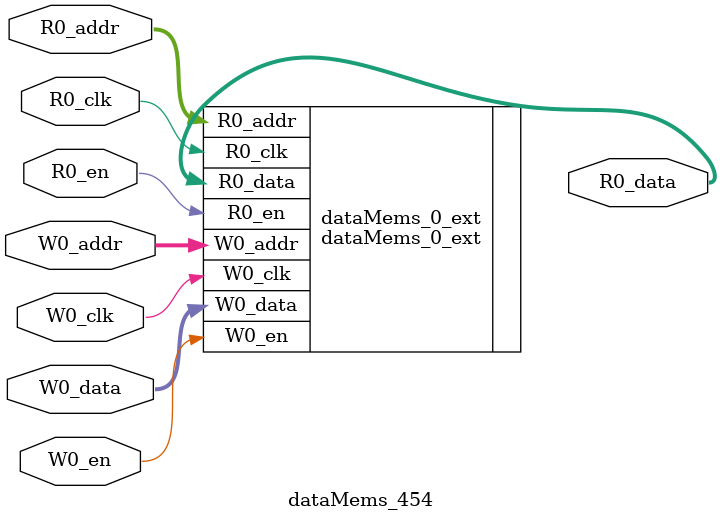
<source format=sv>
`ifndef RANDOMIZE
  `ifdef RANDOMIZE_REG_INIT
    `define RANDOMIZE
  `endif // RANDOMIZE_REG_INIT
`endif // not def RANDOMIZE
`ifndef RANDOMIZE
  `ifdef RANDOMIZE_MEM_INIT
    `define RANDOMIZE
  `endif // RANDOMIZE_MEM_INIT
`endif // not def RANDOMIZE

`ifndef RANDOM
  `define RANDOM $random
`endif // not def RANDOM

// Users can define 'PRINTF_COND' to add an extra gate to prints.
`ifndef PRINTF_COND_
  `ifdef PRINTF_COND
    `define PRINTF_COND_ (`PRINTF_COND)
  `else  // PRINTF_COND
    `define PRINTF_COND_ 1
  `endif // PRINTF_COND
`endif // not def PRINTF_COND_

// Users can define 'ASSERT_VERBOSE_COND' to add an extra gate to assert error printing.
`ifndef ASSERT_VERBOSE_COND_
  `ifdef ASSERT_VERBOSE_COND
    `define ASSERT_VERBOSE_COND_ (`ASSERT_VERBOSE_COND)
  `else  // ASSERT_VERBOSE_COND
    `define ASSERT_VERBOSE_COND_ 1
  `endif // ASSERT_VERBOSE_COND
`endif // not def ASSERT_VERBOSE_COND_

// Users can define 'STOP_COND' to add an extra gate to stop conditions.
`ifndef STOP_COND_
  `ifdef STOP_COND
    `define STOP_COND_ (`STOP_COND)
  `else  // STOP_COND
    `define STOP_COND_ 1
  `endif // STOP_COND
`endif // not def STOP_COND_

// Users can define INIT_RANDOM as general code that gets injected into the
// initializer block for modules with registers.
`ifndef INIT_RANDOM
  `define INIT_RANDOM
`endif // not def INIT_RANDOM

// If using random initialization, you can also define RANDOMIZE_DELAY to
// customize the delay used, otherwise 0.002 is used.
`ifndef RANDOMIZE_DELAY
  `define RANDOMIZE_DELAY 0.002
`endif // not def RANDOMIZE_DELAY

// Define INIT_RANDOM_PROLOG_ for use in our modules below.
`ifndef INIT_RANDOM_PROLOG_
  `ifdef RANDOMIZE
    `ifdef VERILATOR
      `define INIT_RANDOM_PROLOG_ `INIT_RANDOM
    `else  // VERILATOR
      `define INIT_RANDOM_PROLOG_ `INIT_RANDOM #`RANDOMIZE_DELAY begin end
    `endif // VERILATOR
  `else  // RANDOMIZE
    `define INIT_RANDOM_PROLOG_
  `endif // RANDOMIZE
`endif // not def INIT_RANDOM_PROLOG_

// Include register initializers in init blocks unless synthesis is set
`ifndef SYNTHESIS
  `ifndef ENABLE_INITIAL_REG_
    `define ENABLE_INITIAL_REG_
  `endif // not def ENABLE_INITIAL_REG_
`endif // not def SYNTHESIS

// Include rmemory initializers in init blocks unless synthesis is set
`ifndef SYNTHESIS
  `ifndef ENABLE_INITIAL_MEM_
    `define ENABLE_INITIAL_MEM_
  `endif // not def ENABLE_INITIAL_MEM_
`endif // not def SYNTHESIS

module dataMems_454(	// @[generators/ara/src/main/scala/UnsafeAXI4ToTL.scala:365:62]
  input  [4:0]  R0_addr,
  input         R0_en,
  input         R0_clk,
  output [66:0] R0_data,
  input  [4:0]  W0_addr,
  input         W0_en,
  input         W0_clk,
  input  [66:0] W0_data
);

  dataMems_0_ext dataMems_0_ext (	// @[generators/ara/src/main/scala/UnsafeAXI4ToTL.scala:365:62]
    .R0_addr (R0_addr),
    .R0_en   (R0_en),
    .R0_clk  (R0_clk),
    .R0_data (R0_data),
    .W0_addr (W0_addr),
    .W0_en   (W0_en),
    .W0_clk  (W0_clk),
    .W0_data (W0_data)
  );
endmodule


</source>
